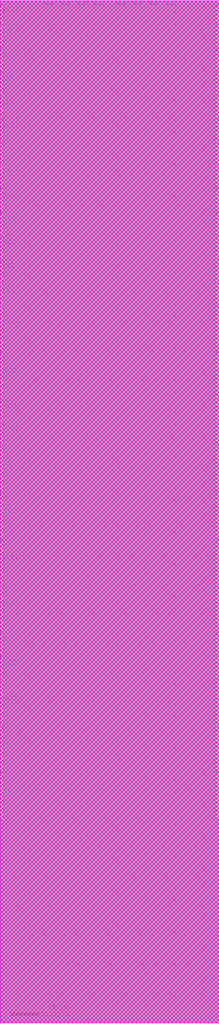
<source format=lef>
# Copyright 2022 GlobalFoundries PDK Authors
#
# Licensed under the Apache License, Version 2.0 (the "License");
# you may not use this file except in compliance with the License.
# You may obtain a copy of the License at
#
#     http://www.apache.org/licenses/LICENSE-2.0
#
# Unless required by applicable law or agreed to in writing, software
# distributed under the License is distributed on an "AS IS" BASIS,
# WITHOUT WARRANTIES OR CONDITIONS OF ANY KIND, either express or implied.
# See the License for the specific language governing permissions and
# limitations under the License.

MACRO gf180mcu_ocd_io__asig_5p0
  CLASS PAD INOUT ;
  ORIGIN 0 0 ;
  FOREIGN gf180mcu_ocd_io__asig_5p0 0 0 ;
  SIZE 75 BY 350 ;
  SYMMETRY X Y R90 ;
  SITE GF_IO_Site ;
  PIN ASIG5V
    DIRECTION INOUT ;
    USE SIGNAL ;
    PORT
        CLASS CORE ;
      LAYER Metal2 ;
        RECT 57.12 349 59.66 350 ;
        RECT 51.44 349 53.98 350 ;
        RECT 45.76 349 48.3 350 ;
        RECT 40.08 349 42.62 350 ;
        RECT 32.38 349 34.92 350 ;
        RECT 26.7 349 29.24 350 ;
        RECT 21.02 349 23.56 350 ;
        RECT 15.34 349 17.88 350 ;
    END
  END ASIG5V
  PIN DVDD
    DIRECTION INOUT ;
    USE POWER ;
    PORT
      LAYER Metal4 ;
        RECT 74 118 75 125 ;
    END
    PORT
      LAYER Metal4 ;
        RECT 74 182 75 197 ;
    END
    PORT
      LAYER Metal4 ;
        RECT 74 166 75 181 ;
    END
    PORT
      LAYER Metal4 ;
        RECT 74 150 75 165 ;
    END
    PORT
      LAYER Metal4 ;
        RECT 74 134 75 149 ;
    END
    PORT
      LAYER Metal4 ;
        RECT 74 214 75 229 ;
    END
    PORT
      LAYER Metal4 ;
        RECT 74 206 75 213 ;
    END
    PORT
      LAYER Metal4 ;
        RECT 74 278 75 285 ;
    END
    PORT
      LAYER Metal4 ;
        RECT 74 270 75 277 ;
    END
    PORT
      LAYER Metal4 ;
        RECT 74 262 75 269 ;
    END
    PORT
      LAYER Metal4 ;
        RECT 74 294 75 301 ;
    END
    PORT
      LAYER Metal4 ;
        RECT 74 334 75 341 ;
    END
    PORT
      LAYER Metal3 ;
        RECT 74 118 75 125 ;
    END
    PORT
      LAYER Metal3 ;
        RECT 74 182 75 197 ;
    END
    PORT
      LAYER Metal3 ;
        RECT 74 166 75 181 ;
    END
    PORT
      LAYER Metal3 ;
        RECT 74 150 75 165 ;
    END
    PORT
      LAYER Metal3 ;
        RECT 74 134 75 149 ;
    END
    PORT
      LAYER Metal3 ;
        RECT 74 214 75 229 ;
    END
    PORT
      LAYER Metal3 ;
        RECT 74 206 75 213 ;
    END
    PORT
      LAYER Metal3 ;
        RECT 74 278 75 285 ;
    END
    PORT
      LAYER Metal3 ;
        RECT 74 270 75 277 ;
    END
    PORT
      LAYER Metal3 ;
        RECT 74 262 75 269 ;
    END
    PORT
      LAYER Metal3 ;
        RECT 74 294 75 301 ;
    END
    PORT
      LAYER Metal3 ;
        RECT 74 334 75 341 ;
    END
    PORT
      LAYER Metal4 ;
        RECT 0 334 1 341 ;
    END
    PORT
      LAYER Metal4 ;
        RECT 0 294 1 301 ;
    END
    PORT
      LAYER Metal4 ;
        RECT 0 262 1 269 ;
    END
    PORT
      LAYER Metal4 ;
        RECT 0 270 1 277 ;
    END
    PORT
      LAYER Metal4 ;
        RECT 0 278 1 285 ;
    END
    PORT
      LAYER Metal4 ;
        RECT 0 206 1 213 ;
    END
    PORT
      LAYER Metal4 ;
        RECT 0 214 1 229 ;
    END
    PORT
      LAYER Metal4 ;
        RECT 0 134 1 149 ;
    END
    PORT
      LAYER Metal4 ;
        RECT 0 150 1 165 ;
    END
    PORT
      LAYER Metal4 ;
        RECT 0 166 1 181 ;
    END
    PORT
      LAYER Metal4 ;
        RECT 0 182 1 197 ;
    END
    PORT
      LAYER Metal3 ;
        RECT 0 334 1 341 ;
    END
    PORT
      LAYER Metal3 ;
        RECT 0 294 1 301 ;
    END
    PORT
      LAYER Metal3 ;
        RECT 0 262 1 269 ;
    END
    PORT
      LAYER Metal3 ;
        RECT 0 270 1 277 ;
    END
    PORT
      LAYER Metal3 ;
        RECT 0 278 1 285 ;
    END
    PORT
      LAYER Metal3 ;
        RECT 0 206 1 213 ;
    END
    PORT
      LAYER Metal3 ;
        RECT 0 214 1 229 ;
    END
    PORT
      LAYER Metal3 ;
        RECT 0 134 1 149 ;
    END
    PORT
      LAYER Metal3 ;
        RECT 0 150 1 165 ;
    END
    PORT
      LAYER Metal3 ;
        RECT 0 166 1 181 ;
    END
    PORT
      LAYER Metal3 ;
        RECT 0 182 1 197 ;
    END
    PORT
      LAYER Metal3 ;
        RECT 0 118 1 125 ;
    END
    PORT
      LAYER Metal4 ;
        RECT 0 118 1 125 ;
    END
  END DVDD
  PIN DVSS
    DIRECTION INOUT ;
    USE GROUND ;
    PORT
      LAYER Metal4 ;
        RECT 74 102 75 117 ;
    END
    PORT
      LAYER Metal4 ;
        RECT 74 86 75 101 ;
    END
    PORT
      LAYER Metal4 ;
        RECT 74 70 75 85 ;
    END
    PORT
      LAYER Metal4 ;
        RECT 74 126 75 133 ;
    END
    PORT
      LAYER Metal4 ;
        RECT 74 198 75 205 ;
    END
    PORT
      LAYER Metal4 ;
        RECT 74 230 75 245 ;
    END
    PORT
      LAYER Metal4 ;
        RECT 74 286 75 293 ;
    END
    PORT
      LAYER Metal4 ;
        RECT 74 302 75 309 ;
    END
    PORT
      LAYER Metal4 ;
        RECT 74 326 75 333 ;
    END
    PORT
      LAYER Metal4 ;
        RECT 74 342 75 348.39 ;
    END
    PORT
      LAYER Metal3 ;
        RECT 74 102 75 117 ;
    END
    PORT
      LAYER Metal3 ;
        RECT 74 86 75 101 ;
    END
    PORT
      LAYER Metal3 ;
        RECT 74 70 75 85 ;
    END
    PORT
      LAYER Metal3 ;
        RECT 74 126 75 133 ;
    END
    PORT
      LAYER Metal3 ;
        RECT 74 198 75 205 ;
    END
    PORT
      LAYER Metal3 ;
        RECT 74 230 75 245 ;
    END
    PORT
      LAYER Metal3 ;
        RECT 74 286 75 293 ;
    END
    PORT
      LAYER Metal3 ;
        RECT 74 302 75 309 ;
    END
    PORT
      LAYER Metal3 ;
        RECT 74 326 75 333 ;
    END
    PORT
      LAYER Metal3 ;
        RECT 74 342 75 348.39 ;
    END
    PORT
      LAYER Metal4 ;
        RECT 0 342 1 348.39 ;
    END
    PORT
      LAYER Metal4 ;
        RECT 0 326 1 333 ;
    END
    PORT
      LAYER Metal4 ;
        RECT 0 302 1 309 ;
    END
    PORT
      LAYER Metal4 ;
        RECT 0 286 1 293 ;
    END
    PORT
      LAYER Metal4 ;
        RECT 0 230 1 245 ;
    END
    PORT
      LAYER Metal4 ;
        RECT 0 198 1 205 ;
    END
    PORT
      LAYER Metal4 ;
        RECT 0 126 1 133 ;
    END
    PORT
      LAYER Metal4 ;
        RECT 0 70 1 85 ;
    END
    PORT
      LAYER Metal4 ;
        RECT 0 86 1 101 ;
    END
    PORT
      LAYER Metal3 ;
        RECT 0 342 1 348.39 ;
    END
    PORT
      LAYER Metal3 ;
        RECT 0 326 1 333 ;
    END
    PORT
      LAYER Metal3 ;
        RECT 0 302 1 309 ;
    END
    PORT
      LAYER Metal3 ;
        RECT 0 286 1 293 ;
    END
    PORT
      LAYER Metal3 ;
        RECT 0 230 1 245 ;
    END
    PORT
      LAYER Metal3 ;
        RECT 0 198 1 205 ;
    END
    PORT
      LAYER Metal3 ;
        RECT 0 126 1 133 ;
    END
    PORT
      LAYER Metal3 ;
        RECT 0 70 1 85 ;
    END
    PORT
      LAYER Metal3 ;
        RECT 0 86 1 101 ;
    END
    PORT
      LAYER Metal3 ;
        RECT 0 102 1 117 ;
    END
    PORT
      LAYER Metal4 ;
        RECT 0 102 1 117 ;
    END
  END DVSS
  PIN VDD
    DIRECTION INOUT ;
    USE POWER ;
    PORT
      LAYER Metal4 ;
        RECT 74 254 75 261 ;
    END
    PORT
      LAYER Metal4 ;
        RECT 74 310 75 317 ;
    END
    PORT
      LAYER Metal3 ;
        RECT 74 254 75 261 ;
    END
    PORT
      LAYER Metal3 ;
        RECT 74 310 75 317 ;
    END
    PORT
      LAYER Metal4 ;
        RECT 0 310 1 317 ;
    END
    PORT
      LAYER Metal3 ;
        RECT 0 310 1 317 ;
    END
    PORT
      LAYER Metal3 ;
        RECT 0 254 1 261 ;
    END
    PORT
      LAYER Metal4 ;
        RECT 0 254 1 261 ;
    END
  END VDD
  PIN VSS
    DIRECTION INOUT ;
    USE GROUND ;
    PORT
      LAYER Metal4 ;
        RECT 74 246 75 253 ;
    END
    PORT
      LAYER Metal4 ;
        RECT 74 318 75 325 ;
    END
    PORT
      LAYER Metal3 ;
        RECT 74 246 75 253 ;
    END
    PORT
      LAYER Metal3 ;
        RECT 74 318 75 325 ;
    END
    PORT
      LAYER Metal4 ;
        RECT 0 318 1 325 ;
    END
    PORT
      LAYER Metal3 ;
        RECT 0 318 1 325 ;
    END
    PORT
      LAYER Metal3 ;
        RECT 0 246 1 253 ;
    END
    PORT
      LAYER Metal4 ;
        RECT 0 246 1 253 ;
    END
  END VSS
  OBS
    LAYER Metal1 ;
      RECT 0 0 75 350 ;
    LAYER Metal2 ;
      POLYGON 75 350 59.94 350 59.94 348.72 56.84 348.72 56.84 350 54.26 350 54.26 348.72 51.16 348.72 51.16 350 48.58 350 48.58 348.72 45.48 348.72 45.48 350 42.9 350 42.9 348.72 39.8 348.72 39.8 350 35.2 350 35.2 348.72 32.1 348.72 32.1 350 29.52 350 29.52 348.72 26.42 348.72 26.42 350 23.84 350 23.84 348.72 20.74 348.72 20.74 350 18.16 350 18.16 348.72 15.06 348.72 15.06 350 0 350 0 0 75 0 ;
    LAYER Metal3 ;
      POLYGON 75 69.72 73.72 69.72 73.72 85.28 75 85.28 75 85.72 73.72 85.72 73.72 101.28 75 101.28 75 101.72 73.72 101.72 73.72 117.28 75 117.28 75 117.72 73.72 117.72 73.72 125.28 75 125.28 75 125.72 73.72 125.72 73.72 133.28 75 133.28 75 133.72 73.72 133.72 73.72 149.28 75 149.28 75 149.72 73.72 149.72 73.72 165.28 75 165.28 75 165.72 73.72 165.72 73.72 181.28 75 181.28 75 181.72 73.72 181.72 73.72 197.28 75 197.28 75 197.72 73.72 197.72 73.72 205.28 75 205.28 75 205.72 73.72 205.72 73.72 213.28 75 213.28 75 213.72 73.72 213.72 73.72 229.28 75 229.28 75 229.72 73.72 229.72 73.72 245.28 75 245.28 75 245.72 73.72 245.72 73.72 253.28 75 253.28 75 253.72 73.72 253.72 73.72 261.28 75 261.28 75 261.72 73.72 261.72 73.72 269.28 75 269.28 75 269.72 73.72 269.72 73.72 277.28 75 277.28 75 277.72 73.72 277.72 73.72 285.28 75 285.28 75 285.72 73.72 285.72 73.72 293.28 75 293.28 75 293.72 73.72 293.72 73.72 301.28 75 301.28 75 301.72 73.72 301.72 73.72 309.28 75 309.28 75 309.72 73.72 309.72 73.72 317.28 75 317.28 75 317.72 73.72 317.72 73.72 325.28 75 325.28 75 325.72 73.72 325.72 73.72 333.28 75 333.28 75 333.72 73.72 333.72 73.72 341.28 75 341.28 75 341.72 73.72 341.72 73.72 348.67 75 348.67 75 350 0 350 0 348.67 1.28 348.67 1.28 341.72 0 341.72 0 341.28 1.28 341.28 1.28 333.72 0 333.72 0 333.28 1.28 333.28 1.28 325.72 0 325.72 0 325.28 1.28 325.28 1.28 317.72 0 317.72 0 317.28 1.28 317.28 1.28 309.72 0 309.72 0 309.28 1.28 309.28 1.28 301.72 0 301.72 0 301.28 1.28 301.28 1.28 293.72 0 293.72 0 293.28 1.28 293.28 1.28 285.72 0 285.72 0 285.28 1.28 285.28 1.28 277.72 0 277.72 0 277.28 1.28 277.28 1.28 269.72 0 269.72 0 269.28 1.28 269.28 1.28 261.72 0 261.72 0 261.28 1.28 261.28 1.28 253.72 0 253.72 0 253.28 1.28 253.28 1.28 245.72 0 245.72 0 245.28 1.28 245.28 1.28 229.72 0 229.72 0 229.28 1.28 229.28 1.28 213.72 0 213.72 0 213.28 1.28 213.28 1.28 205.72 0 205.72 0 205.28 1.28 205.28 1.28 197.72 0 197.72 0 197.28 1.28 197.28 1.28 181.72 0 181.72 0 181.28 1.28 181.28 1.28 165.72 0 165.72 0 165.28 1.28 165.28 1.28 149.72 0 149.72 0 149.28 1.28 149.28 1.28 133.72 0 133.72 0 133.28 1.28 133.28 1.28 125.72 0 125.72 0 125.28 1.28 125.28 1.28 117.72 0 117.72 0 117.28 1.28 117.28 1.28 101.72 0 101.72 0 101.28 1.28 101.28 1.28 85.72 0 85.72 0 85.28 1.28 85.28 1.28 69.72 0 69.72 0 0 75 0 ;
    LAYER Metal4 ;
      POLYGON 75 69.72 73.72 69.72 73.72 85.28 75 85.28 75 85.72 73.72 85.72 73.72 101.28 75 101.28 75 101.72 73.72 101.72 73.72 117.28 75 117.28 75 117.72 73.72 117.72 73.72 125.28 75 125.28 75 125.72 73.72 125.72 73.72 133.28 75 133.28 75 133.72 73.72 133.72 73.72 149.28 75 149.28 75 149.72 73.72 149.72 73.72 165.28 75 165.28 75 165.72 73.72 165.72 73.72 181.28 75 181.28 75 181.72 73.72 181.72 73.72 197.28 75 197.28 75 197.72 73.72 197.72 73.72 205.28 75 205.28 75 205.72 73.72 205.72 73.72 213.28 75 213.28 75 213.72 73.72 213.72 73.72 229.28 75 229.28 75 229.72 73.72 229.72 73.72 245.28 75 245.28 75 245.72 73.72 245.72 73.72 253.28 75 253.28 75 253.72 73.72 253.72 73.72 261.28 75 261.28 75 261.72 73.72 261.72 73.72 269.28 75 269.28 75 269.72 73.72 269.72 73.72 277.28 75 277.28 75 277.72 73.72 277.72 73.72 285.28 75 285.28 75 285.72 73.72 285.72 73.72 293.28 75 293.28 75 293.72 73.72 293.72 73.72 301.28 75 301.28 75 301.72 73.72 301.72 73.72 309.28 75 309.28 75 309.72 73.72 309.72 73.72 317.28 75 317.28 75 317.72 73.72 317.72 73.72 325.28 75 325.28 75 325.72 73.72 325.72 73.72 333.28 75 333.28 75 333.72 73.72 333.72 73.72 341.28 75 341.28 75 341.72 73.72 341.72 73.72 348.67 75 348.67 75 350 0 350 0 348.67 1.28 348.67 1.28 341.72 0 341.72 0 341.28 1.28 341.28 1.28 333.72 0 333.72 0 333.28 1.28 333.28 1.28 325.72 0 325.72 0 325.28 1.28 325.28 1.28 317.72 0 317.72 0 317.28 1.28 317.28 1.28 309.72 0 309.72 0 309.28 1.28 309.28 1.28 301.72 0 301.72 0 301.28 1.28 301.28 1.28 293.72 0 293.72 0 293.28 1.28 293.28 1.28 285.72 0 285.72 0 285.28 1.28 285.28 1.28 277.72 0 277.72 0 277.28 1.28 277.28 1.28 269.72 0 269.72 0 269.28 1.28 269.28 1.28 261.72 0 261.72 0 261.28 1.28 261.28 1.28 253.72 0 253.72 0 253.28 1.28 253.28 1.28 245.72 0 245.72 0 245.28 1.28 245.28 1.28 229.72 0 229.72 0 229.28 1.28 229.28 1.28 213.72 0 213.72 0 213.28 1.28 213.28 1.28 205.72 0 205.72 0 205.28 1.28 205.28 1.28 197.72 0 197.72 0 197.28 1.28 197.28 1.28 181.72 0 181.72 0 181.28 1.28 181.28 1.28 165.72 0 165.72 0 165.28 1.28 165.28 1.28 149.72 0 149.72 0 149.28 1.28 149.28 1.28 133.72 0 133.72 0 133.28 1.28 133.28 1.28 125.72 0 125.72 0 125.28 1.28 125.28 1.28 117.72 0 117.72 0 117.28 1.28 117.28 1.28 101.72 0 101.72 0 101.28 1.28 101.28 1.28 85.72 0 85.72 0 85.28 1.28 85.28 1.28 69.72 0 69.72 0 0 75 0 ;
    LAYER Via1 ;
      RECT 0 0 75 350 ;
    LAYER Via2 ;
      RECT 0 0 75 350 ;
    LAYER Via3 ;
      RECT 0 0 75 350 ;
  END

END gf180mcu_ocd_io__asig_5p0

</source>
